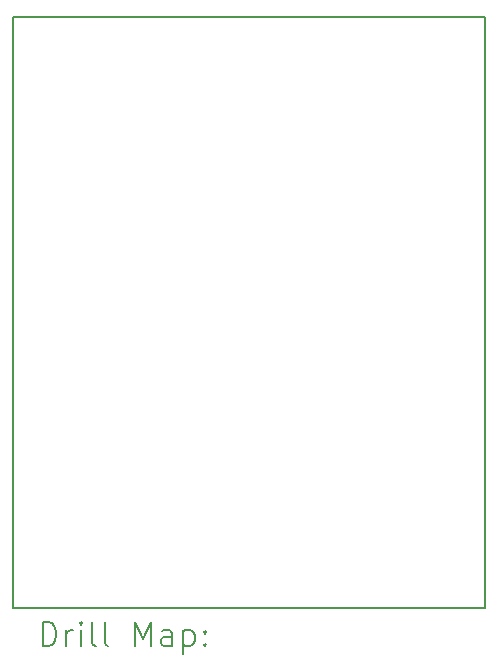
<source format=gbr>
%TF.GenerationSoftware,KiCad,Pcbnew,8.0.6*%
%TF.CreationDate,2024-11-22T22:30:15-05:00*%
%TF.ProjectId,EFUSE2024,45465553-4532-4303-9234-2e6b69636164,rev?*%
%TF.SameCoordinates,Original*%
%TF.FileFunction,Drillmap*%
%TF.FilePolarity,Positive*%
%FSLAX45Y45*%
G04 Gerber Fmt 4.5, Leading zero omitted, Abs format (unit mm)*
G04 Created by KiCad (PCBNEW 8.0.6) date 2024-11-22 22:30:15*
%MOMM*%
%LPD*%
G01*
G04 APERTURE LIST*
%ADD10C,0.200000*%
G04 APERTURE END LIST*
D10*
X9200000Y-6950000D02*
X13200000Y-6950000D01*
X13200000Y-11950000D01*
X9200000Y-11950000D01*
X9200000Y-6950000D01*
X9450777Y-12271484D02*
X9450777Y-12071484D01*
X9450777Y-12071484D02*
X9498396Y-12071484D01*
X9498396Y-12071484D02*
X9526967Y-12081008D01*
X9526967Y-12081008D02*
X9546015Y-12100055D01*
X9546015Y-12100055D02*
X9555539Y-12119103D01*
X9555539Y-12119103D02*
X9565063Y-12157198D01*
X9565063Y-12157198D02*
X9565063Y-12185769D01*
X9565063Y-12185769D02*
X9555539Y-12223865D01*
X9555539Y-12223865D02*
X9546015Y-12242912D01*
X9546015Y-12242912D02*
X9526967Y-12261960D01*
X9526967Y-12261960D02*
X9498396Y-12271484D01*
X9498396Y-12271484D02*
X9450777Y-12271484D01*
X9650777Y-12271484D02*
X9650777Y-12138150D01*
X9650777Y-12176246D02*
X9660301Y-12157198D01*
X9660301Y-12157198D02*
X9669824Y-12147674D01*
X9669824Y-12147674D02*
X9688872Y-12138150D01*
X9688872Y-12138150D02*
X9707920Y-12138150D01*
X9774586Y-12271484D02*
X9774586Y-12138150D01*
X9774586Y-12071484D02*
X9765063Y-12081008D01*
X9765063Y-12081008D02*
X9774586Y-12090531D01*
X9774586Y-12090531D02*
X9784110Y-12081008D01*
X9784110Y-12081008D02*
X9774586Y-12071484D01*
X9774586Y-12071484D02*
X9774586Y-12090531D01*
X9898396Y-12271484D02*
X9879348Y-12261960D01*
X9879348Y-12261960D02*
X9869824Y-12242912D01*
X9869824Y-12242912D02*
X9869824Y-12071484D01*
X10003158Y-12271484D02*
X9984110Y-12261960D01*
X9984110Y-12261960D02*
X9974586Y-12242912D01*
X9974586Y-12242912D02*
X9974586Y-12071484D01*
X10231729Y-12271484D02*
X10231729Y-12071484D01*
X10231729Y-12071484D02*
X10298396Y-12214341D01*
X10298396Y-12214341D02*
X10365063Y-12071484D01*
X10365063Y-12071484D02*
X10365063Y-12271484D01*
X10546015Y-12271484D02*
X10546015Y-12166722D01*
X10546015Y-12166722D02*
X10536491Y-12147674D01*
X10536491Y-12147674D02*
X10517444Y-12138150D01*
X10517444Y-12138150D02*
X10479348Y-12138150D01*
X10479348Y-12138150D02*
X10460301Y-12147674D01*
X10546015Y-12261960D02*
X10526967Y-12271484D01*
X10526967Y-12271484D02*
X10479348Y-12271484D01*
X10479348Y-12271484D02*
X10460301Y-12261960D01*
X10460301Y-12261960D02*
X10450777Y-12242912D01*
X10450777Y-12242912D02*
X10450777Y-12223865D01*
X10450777Y-12223865D02*
X10460301Y-12204817D01*
X10460301Y-12204817D02*
X10479348Y-12195293D01*
X10479348Y-12195293D02*
X10526967Y-12195293D01*
X10526967Y-12195293D02*
X10546015Y-12185769D01*
X10641253Y-12138150D02*
X10641253Y-12338150D01*
X10641253Y-12147674D02*
X10660301Y-12138150D01*
X10660301Y-12138150D02*
X10698396Y-12138150D01*
X10698396Y-12138150D02*
X10717444Y-12147674D01*
X10717444Y-12147674D02*
X10726967Y-12157198D01*
X10726967Y-12157198D02*
X10736491Y-12176246D01*
X10736491Y-12176246D02*
X10736491Y-12233388D01*
X10736491Y-12233388D02*
X10726967Y-12252436D01*
X10726967Y-12252436D02*
X10717444Y-12261960D01*
X10717444Y-12261960D02*
X10698396Y-12271484D01*
X10698396Y-12271484D02*
X10660301Y-12271484D01*
X10660301Y-12271484D02*
X10641253Y-12261960D01*
X10822205Y-12252436D02*
X10831729Y-12261960D01*
X10831729Y-12261960D02*
X10822205Y-12271484D01*
X10822205Y-12271484D02*
X10812682Y-12261960D01*
X10812682Y-12261960D02*
X10822205Y-12252436D01*
X10822205Y-12252436D02*
X10822205Y-12271484D01*
X10822205Y-12147674D02*
X10831729Y-12157198D01*
X10831729Y-12157198D02*
X10822205Y-12166722D01*
X10822205Y-12166722D02*
X10812682Y-12157198D01*
X10812682Y-12157198D02*
X10822205Y-12147674D01*
X10822205Y-12147674D02*
X10822205Y-12166722D01*
M02*

</source>
